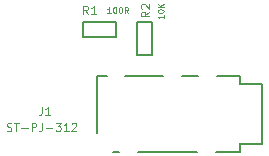
<source format=gto>
G04 #@! TF.FileFunction,Legend,Top*
%FSLAX46Y46*%
G04 Gerber Fmt 4.6, Leading zero omitted, Abs format (unit mm)*
G04 Created by KiCad (PCBNEW (after 2015-may-01 BZR unknown)-product) date 2015/12/14 21:36:31*
%MOMM*%
G01*
G04 APERTURE LIST*
%ADD10C,0.100000*%
%ADD11C,0.127000*%
%ADD12C,0.050000*%
G04 APERTURE END LIST*
D10*
D11*
X132820000Y-87010000D02*
X130915000Y-87010000D01*
X130915000Y-92090000D02*
X132820000Y-92090000D01*
X132820000Y-92090000D02*
X132820000Y-87010000D01*
X130920000Y-86950000D02*
X130920000Y-86375000D01*
X130920000Y-86375000D02*
X129020000Y-86375000D01*
X127420000Y-86350000D02*
X126020000Y-86350000D01*
X124420000Y-86350000D02*
X121220000Y-86350000D01*
X119720000Y-86350000D02*
X118820000Y-86350000D01*
X118820000Y-86350000D02*
X118820000Y-91150000D01*
X120220000Y-92750000D02*
X120720000Y-92750000D01*
X122320000Y-92750000D02*
X127320000Y-92750000D01*
X128920000Y-92750000D02*
X130920000Y-92750000D01*
X130920000Y-92750000D02*
X130920000Y-92050000D01*
X117653000Y-81765000D02*
X120447000Y-81765000D01*
X120447000Y-81765000D02*
X120447000Y-83035000D01*
X120447000Y-83035000D02*
X117653000Y-83035000D01*
X117653000Y-83035000D02*
X117653000Y-81765000D01*
X122265000Y-84547000D02*
X122265000Y-81753000D01*
X122265000Y-81753000D02*
X123535000Y-81753000D01*
X123535000Y-81753000D02*
X123535000Y-84547000D01*
X123535000Y-84547000D02*
X122265000Y-84547000D01*
D12*
X114166667Y-88966667D02*
X114166667Y-89466667D01*
X114133333Y-89566667D01*
X114066667Y-89633333D01*
X113966667Y-89666667D01*
X113900000Y-89666667D01*
X114866666Y-89666667D02*
X114466666Y-89666667D01*
X114666666Y-89666667D02*
X114666666Y-88966667D01*
X114600000Y-89066667D01*
X114533333Y-89133333D01*
X114466666Y-89166667D01*
X111199999Y-90983333D02*
X111299999Y-91016667D01*
X111466666Y-91016667D01*
X111533333Y-90983333D01*
X111566666Y-90950000D01*
X111599999Y-90883333D01*
X111599999Y-90816667D01*
X111566666Y-90750000D01*
X111533333Y-90716667D01*
X111466666Y-90683333D01*
X111333333Y-90650000D01*
X111266666Y-90616667D01*
X111233333Y-90583333D01*
X111199999Y-90516667D01*
X111199999Y-90450000D01*
X111233333Y-90383333D01*
X111266666Y-90350000D01*
X111333333Y-90316667D01*
X111499999Y-90316667D01*
X111599999Y-90350000D01*
X111800000Y-90316667D02*
X112200000Y-90316667D01*
X112000000Y-91016667D02*
X112000000Y-90316667D01*
X112433333Y-90750000D02*
X112966666Y-90750000D01*
X113300000Y-91016667D02*
X113300000Y-90316667D01*
X113566666Y-90316667D01*
X113633333Y-90350000D01*
X113666666Y-90383333D01*
X113700000Y-90450000D01*
X113700000Y-90550000D01*
X113666666Y-90616667D01*
X113633333Y-90650000D01*
X113566666Y-90683333D01*
X113300000Y-90683333D01*
X114200000Y-90316667D02*
X114200000Y-90816667D01*
X114166666Y-90916667D01*
X114100000Y-90983333D01*
X114000000Y-91016667D01*
X113933333Y-91016667D01*
X114533333Y-90750000D02*
X115066666Y-90750000D01*
X115333333Y-90316667D02*
X115766666Y-90316667D01*
X115533333Y-90583333D01*
X115633333Y-90583333D01*
X115700000Y-90616667D01*
X115733333Y-90650000D01*
X115766666Y-90716667D01*
X115766666Y-90883333D01*
X115733333Y-90950000D01*
X115700000Y-90983333D01*
X115633333Y-91016667D01*
X115433333Y-91016667D01*
X115366666Y-90983333D01*
X115333333Y-90950000D01*
X116433333Y-91016667D02*
X116033333Y-91016667D01*
X116233333Y-91016667D02*
X116233333Y-90316667D01*
X116166667Y-90416667D01*
X116100000Y-90483333D01*
X116033333Y-90516667D01*
X116700000Y-90383333D02*
X116733334Y-90350000D01*
X116800000Y-90316667D01*
X116966667Y-90316667D01*
X117033334Y-90350000D01*
X117066667Y-90383333D01*
X117100000Y-90450000D01*
X117100000Y-90516667D01*
X117066667Y-90616667D01*
X116666667Y-91016667D01*
X117100000Y-91016667D01*
X118083334Y-81116667D02*
X117850000Y-80783333D01*
X117683334Y-81116667D02*
X117683334Y-80416667D01*
X117950000Y-80416667D01*
X118016667Y-80450000D01*
X118050000Y-80483333D01*
X118083334Y-80550000D01*
X118083334Y-80650000D01*
X118050000Y-80716667D01*
X118016667Y-80750000D01*
X117950000Y-80783333D01*
X117683334Y-80783333D01*
X118750000Y-81116667D02*
X118350000Y-81116667D01*
X118550000Y-81116667D02*
X118550000Y-80416667D01*
X118483334Y-80516667D01*
X118416667Y-80583333D01*
X118350000Y-80616667D01*
X120016667Y-81026190D02*
X119730953Y-81026190D01*
X119873810Y-81026190D02*
X119873810Y-80526190D01*
X119826191Y-80597619D01*
X119778572Y-80645238D01*
X119730953Y-80669048D01*
X120326191Y-80526190D02*
X120373810Y-80526190D01*
X120421429Y-80550000D01*
X120445238Y-80573810D01*
X120469048Y-80621429D01*
X120492857Y-80716667D01*
X120492857Y-80835714D01*
X120469048Y-80930952D01*
X120445238Y-80978571D01*
X120421429Y-81002381D01*
X120373810Y-81026190D01*
X120326191Y-81026190D01*
X120278572Y-81002381D01*
X120254762Y-80978571D01*
X120230953Y-80930952D01*
X120207143Y-80835714D01*
X120207143Y-80716667D01*
X120230953Y-80621429D01*
X120254762Y-80573810D01*
X120278572Y-80550000D01*
X120326191Y-80526190D01*
X120802381Y-80526190D02*
X120850000Y-80526190D01*
X120897619Y-80550000D01*
X120921428Y-80573810D01*
X120945238Y-80621429D01*
X120969047Y-80716667D01*
X120969047Y-80835714D01*
X120945238Y-80930952D01*
X120921428Y-80978571D01*
X120897619Y-81002381D01*
X120850000Y-81026190D01*
X120802381Y-81026190D01*
X120754762Y-81002381D01*
X120730952Y-80978571D01*
X120707143Y-80930952D01*
X120683333Y-80835714D01*
X120683333Y-80716667D01*
X120707143Y-80621429D01*
X120730952Y-80573810D01*
X120754762Y-80550000D01*
X120802381Y-80526190D01*
X121469047Y-81026190D02*
X121302380Y-80788095D01*
X121183333Y-81026190D02*
X121183333Y-80526190D01*
X121373809Y-80526190D01*
X121421428Y-80550000D01*
X121445237Y-80573810D01*
X121469047Y-80621429D01*
X121469047Y-80692857D01*
X121445237Y-80740476D01*
X121421428Y-80764286D01*
X121373809Y-80788095D01*
X121183333Y-80788095D01*
X123266667Y-80916666D02*
X122933333Y-81150000D01*
X123266667Y-81316666D02*
X122566667Y-81316666D01*
X122566667Y-81050000D01*
X122600000Y-80983333D01*
X122633333Y-80950000D01*
X122700000Y-80916666D01*
X122800000Y-80916666D01*
X122866667Y-80950000D01*
X122900000Y-80983333D01*
X122933333Y-81050000D01*
X122933333Y-81316666D01*
X122633333Y-80650000D02*
X122600000Y-80616666D01*
X122566667Y-80550000D01*
X122566667Y-80383333D01*
X122600000Y-80316666D01*
X122633333Y-80283333D01*
X122700000Y-80250000D01*
X122766667Y-80250000D01*
X122866667Y-80283333D01*
X123266667Y-80683333D01*
X123266667Y-80250000D01*
X124476190Y-81195238D02*
X124476190Y-81480952D01*
X124476190Y-81338095D02*
X123976190Y-81338095D01*
X124047619Y-81385714D01*
X124095238Y-81433333D01*
X124119048Y-81480952D01*
X123976190Y-80885714D02*
X123976190Y-80838095D01*
X124000000Y-80790476D01*
X124023810Y-80766667D01*
X124071429Y-80742857D01*
X124166667Y-80719048D01*
X124285714Y-80719048D01*
X124380952Y-80742857D01*
X124428571Y-80766667D01*
X124452381Y-80790476D01*
X124476190Y-80838095D01*
X124476190Y-80885714D01*
X124452381Y-80933333D01*
X124428571Y-80957143D01*
X124380952Y-80980952D01*
X124285714Y-81004762D01*
X124166667Y-81004762D01*
X124071429Y-80980952D01*
X124023810Y-80957143D01*
X124000000Y-80933333D01*
X123976190Y-80885714D01*
X124476190Y-80504762D02*
X123976190Y-80504762D01*
X124476190Y-80219048D02*
X124190476Y-80433334D01*
X123976190Y-80219048D02*
X124261905Y-80504762D01*
M02*

</source>
